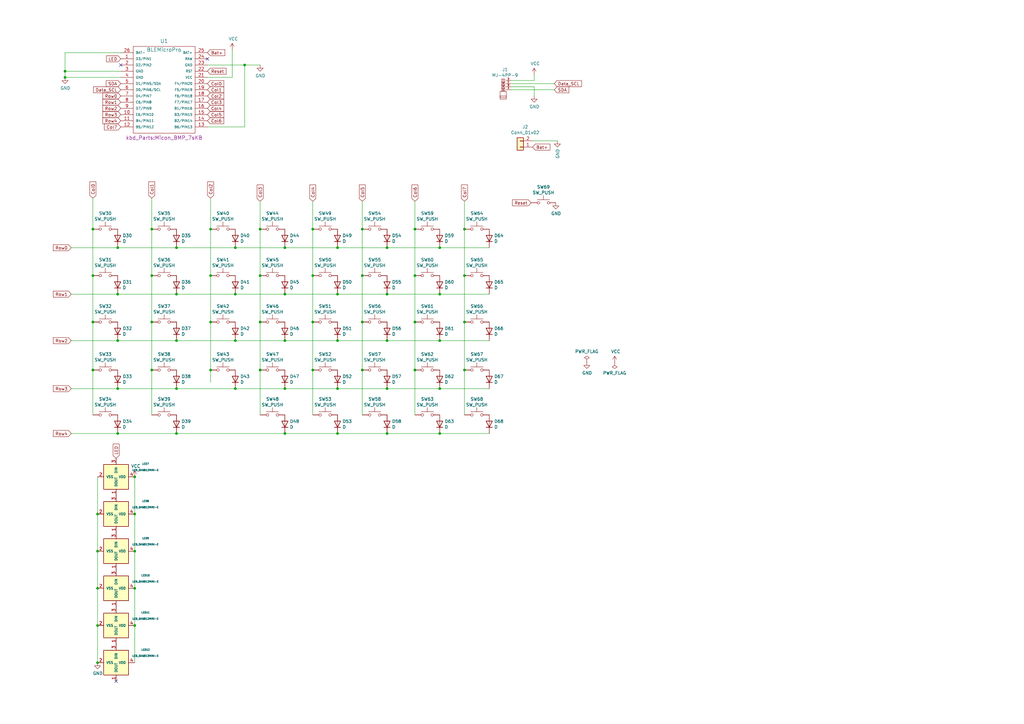
<source format=kicad_sch>
(kicad_sch (version 20211123) (generator eeschema)
  (paper "A3")
  (lib_symbols
    (symbol "Connector_Generic:Conn_01x02" (pin_names (offset 1.016) hide)
      (property "Reference" "J" (at 0 2.54 0))
      (property "Value" "Conn_01x02" (at 0 -5.08 0))
      (symbol "Conn_01x02_1_1"
        (rectangle (start -1.27 -2.413) (end 0 -2.667) (stroke (width 0.1524)))
        (rectangle (start -1.27 0.127) (end 0 -0.127) (stroke (width 0.1524)))
        (rectangle (start -1.27 1.27) (end 1.27 -3.81) (stroke (width 0.254)) (fill (type background)))
        (pin passive line (at -5.08 0 0) (length 3.81) (name "Pin_1") (number "1"))
        (pin passive line (at -5.08 -2.54 0) (length 3.81) (name "Pin_2") (number "2"))
      )
    )
    (symbol "Device:D" (pin_numbers hide) (pin_names (offset 1.016) hide)
      (property "Reference" "D" (at 0 2.54 0))
      (property "Value" "D" (at 0 -2.54 0))
      (symbol "D_0_1"
        (polyline (pts (xy -1.27 1.27) (xy -1.27 -1.27)) (stroke (width 0.254)))
        (polyline (pts (xy 1.27 0) (xy -1.27 0)))
        (polyline (pts (xy 1.27 1.27) (xy 1.27 -1.27) (xy -1.27 0) (xy 1.27 1.27)) (stroke (width 0.254)))
      )
      (symbol "D_1_1"
        (pin passive line (at -3.81 0 0) (length 2.54) (name "K") (number "1"))
        (pin passive line (at 3.81 0 180) (length 2.54) (name "A") (number "2"))
      )
    )
    (symbol "Salicylic_kbd:LED_SK6812MINI-E" (pin_names (offset 1.016))
      (property "Reference" "LED" (at 5.08 -10.16 0))
      (property "Value" "LED_SK6812MINI-E" (at 8.89 -8.89 0))
      (symbol "LED_SK6812MINI-E_0_1"
        (rectangle (start -5.08 5.08) (end 5.08 -5.08) (stroke (width 0.254)) (fill (type background)))
      )
      (symbol "LED_SK6812MINI-E_1_1"
        (pin output line (at 7.62 0 180) (length 2.54) (name "DOUT") (number "1"))
        (pin power_in line (at 0 -7.62 90) (length 2.54) (name "VSS") (number "2"))
        (pin input line (at -7.62 0 0) (length 2.54) (name "DIN") (number "3"))
        (pin power_in line (at 0 7.62 270) (length 2.54) (name "VDD") (number "4"))
      )
    )
    (symbol "Salicylic_kbd:Micon_BLEMicroPro" (pin_names (offset 1.016))
      (property "Reference" "U" (at 0 26.67 0))
      (property "Value" "Micon_BLEMicroPro" (at 0 -13.97 0))
      (symbol "Micon_BLEMicroPro_0_1"
        (rectangle (start 12.7 24.13) (end -12.7 -11.43))
      )
      (symbol "Micon_BLEMicroPro_1_1"
        (pin bidirectional line (at -17.78 19.05 0) (length 5.08) (name "D3/PIN1") (number "1"))
        (pin bidirectional line (at -17.78 -3.81 0) (length 5.08) (name "E6/PIN10") (number "10"))
        (pin bidirectional line (at -17.78 -6.35 0) (length 5.08) (name "B4/PIN11") (number "11"))
        (pin bidirectional line (at -17.78 -8.89 0) (length 5.08) (name "B5/PIN12") (number "12"))
        (pin bidirectional line (at 17.78 -8.89 180) (length 5.08) (name "B6/PIN13") (number "13"))
        (pin bidirectional line (at 17.78 -6.35 180) (length 5.08) (name "B2/PIN14") (number "14"))
        (pin bidirectional line (at 17.78 -3.81 180) (length 5.08) (name "B3/PIN15") (number "15"))
        (pin bidirectional line (at 17.78 -1.27 180) (length 5.08) (name "B1/PIN16") (number "16"))
        (pin bidirectional line (at 17.78 1.27 180) (length 5.08) (name "F7/PIN17") (number "17"))
        (pin bidirectional line (at 17.78 3.81 180) (length 5.08) (name "F6/PIN18") (number "18"))
        (pin bidirectional line (at 17.78 6.35 180) (length 5.08) (name "F5/PIN19") (number "19"))
        (pin bidirectional line (at -17.78 16.51 0) (length 5.08) (name "D2/PIN2") (number "2"))
        (pin bidirectional line (at 17.78 8.89 180) (length 5.08) (name "F4/PIN20") (number "20"))
        (pin power_in line (at 17.78 11.43 180) (length 5.08) (name "VCC") (number "21"))
        (pin input line (at 17.78 13.97 180) (length 5.08) (name "RST") (number "22"))
        (pin power_in line (at 17.78 16.51 180) (length 5.08) (name "GND") (number "23"))
        (pin power_out line (at 17.78 19.05 180) (length 5.08) (name "RAW") (number "24"))
        (pin input line (at 17.78 21.59 180) (length 5.08) (name "BAT+") (number "25"))
        (pin input line (at -17.78 21.59 0) (length 5.08) (name "BAT-") (number "26"))
        (pin power_in line (at -17.78 13.97 0) (length 5.08) (name "GND") (number "3"))
        (pin power_in line (at -17.78 11.43 0) (length 5.08) (name "GND") (number "4"))
        (pin bidirectional line (at -17.78 8.89 0) (length 5.08) (name "D1/PIN5/SDA") (number "5"))
        (pin bidirectional line (at -17.78 6.35 0) (length 5.08) (name "D0/PIN6/SCL") (number "6"))
        (pin bidirectional line (at -17.78 3.81 0) (length 5.08) (name "D4/PIN7") (number "7"))
        (pin bidirectional line (at -17.78 1.27 0) (length 5.08) (name "C6/PIN8") (number "8"))
        (pin bidirectional line (at -17.78 -1.27 0) (length 5.08) (name "D7/PIN9") (number "9"))
      )
    )
    (symbol "Salicylic_kbd:TRRS_MJ-4PP-9" (pin_names (offset 1.016))
      (property "Reference" "J" (at 0 5.08 0))
      (property "Value" "TRRS_MJ-4PP-9" (at 0 -6.985 0))
      (symbol "TRRS_MJ-4PP-9_0_0"
        (text "R" (at 0 0 0) (effects (font (size 0.6096 0.6096))))
        (text "R" (at 0 1.27 0) (effects (font (size 0.6096 0.6096))))
        (text "S" (at 0 -1.27 0) (effects (font (size 0.6096 0.6096))))
        (text "T" (at 0 2.54 0) (effects (font (size 0.6096 0.6096))))
      )
      (symbol "TRRS_MJ-4PP-9_0_1"
        (rectangle (start -1.27 -3.81) (end 1.27 -4.445))
        (rectangle (start -1.27 -1.905) (end 1.27 -5.08))
        (rectangle (start -0.635 -0.635) (end 0.635 -1.905))
        (rectangle (start -0.635 0.635) (end 0.635 -0.635))
        (rectangle (start -0.635 1.905) (end 0.635 0.635))
        (rectangle (start -0.635 3.175) (end 0.635 1.905))
      )
      (symbol "TRRS_MJ-4PP-9_1_1"
        (pin input line (at 3.175 -1.27 180) (length 2.0066) (name "~") (number "A"))
        (pin input line (at 3.175 0 180) (length 2.0066) (name "~") (number "B"))
        (pin input line (at 3.175 1.27 180) (length 2.0066) (name "~") (number "C"))
        (pin input line (at 3.175 2.54 180) (length 2.0066) (name "~") (number "D"))
      )
    )
    (symbol "Switch:SW_Push" (pin_numbers hide) (pin_names (offset 1.016) hide)
      (property "Reference" "SW" (at 1.27 2.54 0))
      (property "Value" "SW_Push" (at 0 -1.524 0))
      (symbol "SW_Push_0_1"
        (circle (center -2.032 0) (radius 0.508))
        (polyline (pts (xy 0 1.27) (xy 0 3.048)))
        (polyline (pts (xy 2.54 1.27) (xy -2.54 1.27)))
        (circle (center 2.032 0) (radius 0.508))
        (pin passive line (at -5.08 0 0) (length 2.54) (name "1") (number "1"))
        (pin passive line (at 5.08 0 180) (length 2.54) (name "2") (number "2"))
      )
    )
    (symbol "power:GND" (power) (pin_names (offset 0))
      (property "Value" "GND" (at 0 -3.81 0))
      (symbol "GND_0_1"
        (polyline (pts (xy 0 0) (xy 0 -1.27) (xy 1.27 -1.27) (xy 0 -2.54) (xy -1.27 -1.27) (xy 0 -1.27)))
      )
      (symbol "GND_1_1"
        (pin power_in line (at 0 0 270) (length 0) hide (name "GND") (number "1"))
      )
    )
    (symbol "power:PWR_FLAG" (power) (pin_numbers hide) (pin_names (offset 0) hide)
      (property "Value" "PWR_FLAG" (at 0 3.81 0))
      (symbol "PWR_FLAG_0_0"
        (pin power_out line (at 0 0 90) (length 0) (name "pwr") (number "1"))
      )
      (symbol "PWR_FLAG_0_1"
        (polyline (pts (xy 0 0) (xy 0 1.27) (xy -1.016 1.905) (xy 0 2.54) (xy 1.016 1.905) (xy 0 1.27)))
      )
    )
    (symbol "power:VCC" (power) (pin_names (offset 0))
      (property "Value" "VCC" (at 0 3.81 0))
      (symbol "VCC_0_1"
        (polyline (pts (xy -0.762 1.27) (xy 0 2.54)))
        (polyline (pts (xy 0 0) (xy 0 2.54)))
        (polyline (pts (xy 0 2.54) (xy 0.762 1.27)))
      )
      (symbol "VCC_1_1"
        (pin power_in line (at 0 0 90) (length 0) hide (name "VCC") (number "1"))
      )
    )
  )
  (junction (at 62.23 93.98))
  (junction (at 55.245 226.06))
  (junction (at 86.36 93.98))
  (junction (at 96.52 139.7))
  (junction (at 190.5 132.08))
  (junction (at 48.26 120.65))
  (junction (at 170.18 93.98))
  (junction (at 86.36 113.03))
  (junction (at 158.75 139.7))
  (junction (at 26.67 31.75))
  (junction (at 138.43 177.8))
  (junction (at 86.36 132.08))
  (junction (at 116.84 139.7))
  (junction (at 96.52 120.65))
  (junction (at 148.59 113.03))
  (junction (at 128.27 93.98))
  (junction (at 180.34 120.65))
  (junction (at 158.75 177.8))
  (junction (at 106.68 132.08))
  (junction (at 38.1 132.08))
  (junction (at 170.18 151.765))
  (junction (at 55.245 210.82))
  (junction (at 62.23 151.765))
  (junction (at 48.26 177.8))
  (junction (at 116.84 120.65))
  (junction (at 128.27 113.03))
  (junction (at 106.68 113.03))
  (junction (at 158.75 120.65))
  (junction (at 128.27 151.765))
  (junction (at 26.67 29.21))
  (junction (at 190.5 93.98))
  (junction (at 158.75 101.6))
  (junction (at 116.84 101.6))
  (junction (at 180.34 139.7))
  (junction (at 158.75 159.385))
  (junction (at 180.34 159.385))
  (junction (at 38.1 93.98))
  (junction (at 86.36 151.765))
  (junction (at 62.23 113.03))
  (junction (at 40.005 256.54))
  (junction (at 40.005 210.82))
  (junction (at 138.43 101.6))
  (junction (at 38.1 151.765))
  (junction (at 48.26 101.6))
  (junction (at 40.005 271.78))
  (junction (at 170.18 132.08))
  (junction (at 96.52 101.6))
  (junction (at 190.5 113.03))
  (junction (at 180.34 177.8))
  (junction (at 148.59 93.98))
  (junction (at 116.84 159.385))
  (junction (at 138.43 120.65))
  (junction (at 72.39 177.8))
  (junction (at 190.5 151.765))
  (junction (at 38.1 113.03))
  (junction (at 72.39 101.6))
  (junction (at 106.68 93.98))
  (junction (at 138.43 139.7))
  (junction (at 48.26 159.385))
  (junction (at 40.005 241.3))
  (junction (at 180.34 101.6))
  (junction (at 55.245 241.3))
  (junction (at 62.23 132.08))
  (junction (at 100.33 26.67))
  (junction (at 72.39 139.7))
  (junction (at 148.59 151.765))
  (junction (at 106.68 151.765))
  (junction (at 48.26 139.7))
  (junction (at 116.84 177.8))
  (junction (at 55.245 195.58))
  (junction (at 138.43 159.385))
  (junction (at 128.27 132.08))
  (junction (at 72.39 120.65))
  (junction (at 170.18 113.03))
  (junction (at 96.52 159.385))
  (junction (at 40.005 226.06))
  (junction (at 55.245 256.54))
  (junction (at 72.39 159.385))
  (junction (at 148.59 132.08))
  (no_connect (at 47.625 279.4))
  (no_connect (at 49.53 26.67))
  (no_connect (at 85.09 24.13))
  (wire (pts (xy 170.18 132.08) (xy 170.18 151.765)))
  (wire (pts (xy 86.36 151.765) (xy 86.36 156.845)))
  (wire (pts (xy 180.34 159.385) (xy 200.66 159.385)))
  (wire (pts (xy 72.39 177.8) (xy 116.84 177.8)))
  (wire (pts (xy 138.43 139.7) (xy 158.75 139.7)))
  (wire (pts (xy 106.68 151.765) (xy 106.68 170.18)))
  (wire (pts (xy 38.1 81.28) (xy 38.1 93.98)))
  (wire (pts (xy 29.21 139.7) (xy 48.26 139.7)))
  (wire (pts (xy 138.43 177.8) (xy 158.75 177.8)))
  (wire (pts (xy 190.5 82.55) (xy 190.5 93.98)))
  (wire (pts (xy 158.75 101.6) (xy 180.34 101.6)))
  (wire (pts (xy 40.005 256.54) (xy 40.005 271.78)))
  (wire (pts (xy 29.21 101.6) (xy 48.26 101.6)))
  (wire (pts (xy 170.18 113.03) (xy 170.18 132.08)))
  (wire (pts (xy 209.55 35.56) (xy 219.075 35.56)))
  (wire (pts (xy 55.245 241.3) (xy 55.245 256.54)))
  (wire (pts (xy 86.36 93.98) (xy 86.36 113.03)))
  (wire (pts (xy 29.21 159.385) (xy 48.26 159.385)))
  (wire (pts (xy 62.23 113.03) (xy 62.23 132.08)))
  (wire (pts (xy 116.84 159.385) (xy 138.43 159.385)))
  (wire (pts (xy 190.5 132.08) (xy 190.5 151.765)))
  (wire (pts (xy 128.27 132.08) (xy 128.27 151.765)))
  (wire (pts (xy 148.59 151.765) (xy 148.59 170.18)))
  (wire (pts (xy 138.43 120.65) (xy 158.75 120.65)))
  (wire (pts (xy 96.52 101.6) (xy 116.84 101.6)))
  (wire (pts (xy 48.26 159.385) (xy 72.39 159.385)))
  (wire (pts (xy 29.21 120.65) (xy 48.26 120.65)))
  (wire (pts (xy 209.55 34.29) (xy 227.33 34.29)))
  (wire (pts (xy 55.245 195.58) (xy 55.245 210.82)))
  (wire (pts (xy 55.245 226.06) (xy 55.245 241.3)))
  (wire (pts (xy 62.23 93.98) (xy 62.23 113.03)))
  (wire (pts (xy 29.21 177.8) (xy 48.26 177.8)))
  (wire (pts (xy 138.43 101.6) (xy 158.75 101.6)))
  (wire (pts (xy 86.36 113.03) (xy 86.36 132.08)))
  (wire (pts (xy 48.26 139.7) (xy 72.39 139.7)))
  (wire (pts (xy 72.39 101.6) (xy 96.52 101.6)))
  (wire (pts (xy 55.245 256.54) (xy 55.245 271.78)))
  (wire (pts (xy 148.59 132.08) (xy 148.59 151.765)))
  (wire (pts (xy 148.59 93.98) (xy 148.59 113.03)))
  (wire (pts (xy 72.39 139.7) (xy 96.52 139.7)))
  (wire (pts (xy 72.39 159.385) (xy 96.52 159.385)))
  (wire (pts (xy 95.25 31.75) (xy 95.25 20.32)))
  (wire (pts (xy 170.18 151.765) (xy 170.18 170.18)))
  (wire (pts (xy 190.5 113.03) (xy 190.5 132.08)))
  (wire (pts (xy 100.33 52.07) (xy 100.33 26.67)))
  (wire (pts (xy 38.1 93.98) (xy 38.1 113.03)))
  (wire (pts (xy 116.84 101.6) (xy 138.43 101.6)))
  (wire (pts (xy 128.27 113.03) (xy 128.27 132.08)))
  (wire (pts (xy 48.26 177.8) (xy 72.39 177.8)))
  (wire (pts (xy 170.18 82.55) (xy 170.18 93.98)))
  (wire (pts (xy 218.44 57.785) (xy 228.6 57.785)))
  (wire (pts (xy 40.005 241.3) (xy 40.005 256.54)))
  (wire (pts (xy 180.34 177.8) (xy 200.66 177.8)))
  (wire (pts (xy 40.005 210.82) (xy 40.005 226.06)))
  (wire (pts (xy 85.09 31.75) (xy 95.25 31.75)))
  (wire (pts (xy 180.34 139.7) (xy 200.66 139.7)))
  (wire (pts (xy 106.68 132.08) (xy 106.68 151.765)))
  (wire (pts (xy 128.27 93.98) (xy 128.27 113.03)))
  (wire (pts (xy 209.55 36.83) (xy 227.33 36.83)))
  (wire (pts (xy 158.75 159.385) (xy 180.34 159.385)))
  (wire (pts (xy 219.075 33.02) (xy 219.075 30.48)))
  (wire (pts (xy 96.52 139.7) (xy 116.84 139.7)))
  (wire (pts (xy 116.84 139.7) (xy 138.43 139.7)))
  (wire (pts (xy 138.43 159.385) (xy 158.75 159.385)))
  (wire (pts (xy 86.36 132.08) (xy 86.36 151.765)))
  (wire (pts (xy 26.67 21.59) (xy 26.67 29.21)))
  (wire (pts (xy 219.075 35.56) (xy 219.075 39.37)))
  (wire (pts (xy 106.68 113.03) (xy 106.68 132.08)))
  (wire (pts (xy 158.75 139.7) (xy 180.34 139.7)))
  (wire (pts (xy 62.23 81.28) (xy 62.23 93.98)))
  (wire (pts (xy 190.5 151.765) (xy 190.5 170.18)))
  (wire (pts (xy 100.33 26.67) (xy 85.09 26.67)))
  (wire (pts (xy 128.27 82.55) (xy 128.27 93.98)))
  (wire (pts (xy 180.34 120.65) (xy 200.66 120.65)))
  (wire (pts (xy 85.09 52.07) (xy 100.33 52.07)))
  (wire (pts (xy 148.59 82.55) (xy 148.59 93.98)))
  (wire (pts (xy 40.005 226.06) (xy 40.005 241.3)))
  (wire (pts (xy 170.18 93.98) (xy 170.18 113.03)))
  (wire (pts (xy 49.53 29.21) (xy 26.67 29.21)))
  (wire (pts (xy 49.53 21.59) (xy 26.67 21.59)))
  (wire (pts (xy 62.23 132.08) (xy 62.23 151.765)))
  (wire (pts (xy 48.26 101.6) (xy 72.39 101.6)))
  (wire (pts (xy 128.27 151.765) (xy 128.27 170.18)))
  (wire (pts (xy 116.84 120.65) (xy 138.43 120.65)))
  (wire (pts (xy 55.245 210.82) (xy 55.245 226.06)))
  (wire (pts (xy 190.5 93.98) (xy 190.5 113.03)))
  (wire (pts (xy 96.52 159.385) (xy 116.84 159.385)))
  (wire (pts (xy 209.55 33.02) (xy 219.075 33.02)))
  (wire (pts (xy 86.36 81.28) (xy 86.36 93.98)))
  (wire (pts (xy 38.1 132.08) (xy 38.1 151.765)))
  (wire (pts (xy 48.26 120.65) (xy 72.39 120.65)))
  (wire (pts (xy 40.005 195.58) (xy 40.005 210.82)))
  (wire (pts (xy 158.75 177.8) (xy 180.34 177.8)))
  (wire (pts (xy 106.68 93.98) (xy 106.68 113.03)))
  (wire (pts (xy 106.68 82.55) (xy 106.68 93.98)))
  (wire (pts (xy 38.1 113.03) (xy 38.1 132.08)))
  (wire (pts (xy 116.84 177.8) (xy 138.43 177.8)))
  (wire (pts (xy 62.23 151.765) (xy 62.23 170.18)))
  (wire (pts (xy 26.67 29.21) (xy 26.67 31.75)))
  (wire (pts (xy 49.53 31.75) (xy 26.67 31.75)))
  (wire (pts (xy 158.75 120.65) (xy 180.34 120.65)))
  (wire (pts (xy 106.68 26.67) (xy 100.33 26.67)))
  (wire (pts (xy 72.39 120.65) (xy 96.52 120.65)))
  (wire (pts (xy 148.59 113.03) (xy 148.59 132.08)))
  (wire (pts (xy 38.1 151.765) (xy 38.1 170.18)))
  (wire (pts (xy 96.52 120.65) (xy 116.84 120.65)))
  (wire (pts (xy 180.34 101.6) (xy 200.66 101.6)))
  (global_label "Row1" (shape input) (at 29.21 120.65 180) (property "Intersheet References" "${INTERSHEET_REFS}" (effects hide)))
  (global_label "Row3" (shape input) (at 29.21 159.385 180) (property "Intersheet References" "${INTERSHEET_REFS}" (effects hide)))
  (global_label "Reset" (shape input) (at 85.09 29.21 0) (property "Intersheet References" "${INTERSHEET_REFS}" (effects hide)))
  (global_label "Row1" (shape input) (at 49.53 41.91 180) (property "Intersheet References" "${INTERSHEET_REFS}" (effects hide)))
  (global_label "Bat+" (shape input) (at 218.44 60.325 0) (property "Intersheet References" "${INTERSHEET_REFS}" (effects hide)))
  (global_label "Col7" (shape input) (at 49.53 52.07 180) (property "Intersheet References" "${INTERSHEET_REFS}" (effects hide)))
  (global_label "Col4" (shape input) (at 85.09 44.45 0) (property "Intersheet References" "${INTERSHEET_REFS}" (effects hide)))
  (global_label "Col5" (shape input) (at 148.59 82.55 90) (property "Intersheet References" "${INTERSHEET_REFS}" (effects hide)))
  (global_label "Row4" (shape input) (at 29.21 177.8 180) (property "Intersheet References" "${INTERSHEET_REFS}" (effects hide)))
  (global_label "Row2" (shape input) (at 29.21 139.7 180) (property "Intersheet References" "${INTERSHEET_REFS}" (effects hide)))
  (global_label "SDA" (shape input) (at 227.33 36.83 0) (property "Intersheet References" "${INTERSHEET_REFS}" (effects hide)))
  (global_label "Col6" (shape input) (at 85.09 49.53 0) (property "Intersheet References" "${INTERSHEET_REFS}" (effects hide)))
  (global_label "Row0" (shape input) (at 29.21 101.6 180) (property "Intersheet References" "${INTERSHEET_REFS}" (effects hide)))
  (global_label "Bat+" (shape input) (at 85.09 21.59 0) (property "Intersheet References" "${INTERSHEET_REFS}" (effects hide)))
  (global_label "Reset" (shape input) (at 217.805 83.185 180) (property "Intersheet References" "${INTERSHEET_REFS}" (effects hide)))
  (global_label "Col0" (shape input) (at 38.1 81.28 90) (property "Intersheet References" "${INTERSHEET_REFS}" (effects hide)))
  (global_label "Col1" (shape input) (at 62.23 81.28 90) (property "Intersheet References" "${INTERSHEET_REFS}" (effects hide)))
  (global_label "Row0" (shape input) (at 49.53 39.37 180) (property "Intersheet References" "${INTERSHEET_REFS}" (effects hide)))
  (global_label "Col6" (shape input) (at 170.18 82.55 90) (property "Intersheet References" "${INTERSHEET_REFS}" (effects hide)))
  (global_label "Col2" (shape input) (at 86.36 81.28 90) (property "Intersheet References" "${INTERSHEET_REFS}" (effects hide)))
  (global_label "Col0" (shape input) (at 85.09 34.29 0) (property "Intersheet References" "${INTERSHEET_REFS}" (effects hide)))
  (global_label "Col7" (shape input) (at 190.5 82.55 90) (property "Intersheet References" "${INTERSHEET_REFS}" (effects hide)))
  (global_label "Row4" (shape input) (at 49.53 49.53 180) (property "Intersheet References" "${INTERSHEET_REFS}" (effects hide)))
  (global_label "LED" (shape input) (at 47.625 187.96 90) (property "Intersheet References" "${INTERSHEET_REFS}" (effects hide)))
  (global_label "SDA" (shape input) (at 49.53 34.29 180) (property "Intersheet References" "${INTERSHEET_REFS}" (effects hide)))
  (global_label "Col1" (shape input) (at 85.09 36.83 0) (property "Intersheet References" "${INTERSHEET_REFS}" (effects hide)))
  (global_label "Col5" (shape input) (at 85.09 46.99 0) (property "Intersheet References" "${INTERSHEET_REFS}" (effects hide)))
  (global_label "LED" (shape input) (at 49.53 24.13 180) (property "Intersheet References" "${INTERSHEET_REFS}" (effects hide)))
  (global_label "Col4" (shape input) (at 128.27 82.55 90) (property "Intersheet References" "${INTERSHEET_REFS}" (effects hide)))
  (global_label "Row3" (shape input) (at 49.53 46.99 180) (property "Intersheet References" "${INTERSHEET_REFS}" (effects hide)))
  (global_label "Data_SCL" (shape input) (at 49.53 36.83 180) (property "Intersheet References" "${INTERSHEET_REFS}" (effects hide)))
  (global_label "Col2" (shape input) (at 85.09 39.37 0) (property "Intersheet References" "${INTERSHEET_REFS}" (effects hide)))
  (global_label "Row2" (shape input) (at 49.53 44.45 180) (property "Intersheet References" "${INTERSHEET_REFS}" (effects hide)))
  (global_label "Data_SCL" (shape input) (at 227.33 34.29 0) (property "Intersheet References" "${INTERSHEET_REFS}" (effects hide)))
  (global_label "Col3" (shape input) (at 85.09 41.91 0) (property "Intersheet References" "${INTERSHEET_REFS}" (effects hide)))
  (global_label "Col3" (shape input) (at 106.68 82.55 90) (property "Intersheet References" "${INTERSHEET_REFS}" (effects hide)))
  (symbol (lib_id "Salicylic_kbd:Micon_BLEMicroPro") (at 67.31 43.18 0) (unit 1)
    (property "Reference" "U1" (at 67.31 16.8402 0) (effects (font (size 1.524 1.524))))
    (property "Value" "BLEMicroPro" (at 67.31 19.5326 0) (effects (font (size 1.524 1.524)) (justify top)))
    (property "Footprint" "kbd_Parts:Micon_BMP_7sKB" (at 67.31 56.515 0) (effects (font (size 1.524 1.524))))
  )
  (symbol (lib_id "power:GND") (at 106.68 26.67 0) (unit 1)
    (property "Reference" "#PWR04" (effects hide))
    (property "Value" "GND" (at 106.807 31.0642 0))
  )
  (symbol (lib_id "power:VCC") (at 95.25 20.32 0) (unit 1)
    (property "Reference" "#PWR03" (effects hide))
    (property "Value" "VCC" (at 95.6818 15.9258 0))
  )
  (symbol (lib_id "power:GND") (at 26.67 31.75 0) (unit 1)
    (property "Reference" "#PWR01" (effects hide))
    (property "Value" "GND" (at 26.797 36.1442 0))
  )
  (symbol (lib_id "Device:D") (at 48.26 97.79 90) (unit 1)
    (property "Reference" "D30" (at 50.2666 96.6216 90) (effects (justify right)))
    (property "Value" "D" (at 50.2666 98.933 90) (effects (justify right)))
    (property "Footprint" "kbd_Parts:Diode_TH_SMD" (effects hide))
  )
  (symbol (lib_id "Device:D") (at 72.39 97.79 90) (unit 1)
    (property "Reference" "D35" (at 74.3966 96.6216 90) (effects (justify right)))
    (property "Value" "D" (at 74.3966 98.933 90) (effects (justify right)))
    (property "Footprint" "kbd_Parts:Diode_TH_SMD" (effects hide))
  )
  (symbol (lib_id "Device:D") (at 72.39 116.84 90) (unit 1)
    (property "Reference" "D36" (at 74.3966 115.6716 90) (effects (justify right)))
    (property "Value" "D" (at 74.3966 117.983 90) (effects (justify right)))
    (property "Footprint" "kbd_Parts:Diode_TH_SMD" (effects hide))
  )
  (symbol (lib_id "Device:D") (at 48.26 116.84 90) (unit 1)
    (property "Reference" "D31" (at 50.2666 115.6716 90) (effects (justify right)))
    (property "Value" "D" (at 50.2666 117.983 90) (effects (justify right)))
    (property "Footprint" "kbd_Parts:Diode_TH_SMD" (effects hide))
  )
  (symbol (lib_id "power:PWR_FLAG") (at 240.665 148.59 0) (unit 1)
    (property "Reference" "#FLG01" (effects hide))
    (property "Value" "PWR_FLAG" (at 240.665 144.1704 0))
  )
  (symbol (lib_id "power:PWR_FLAG") (at 252.095 148.59 180) (unit 1)
    (property "Reference" "#FLG02" (effects hide))
    (property "Value" "PWR_FLAG" (at 252.095 152.9842 0))
  )
  (symbol (lib_id "power:GND") (at 240.665 148.59 0) (unit 1)
    (property "Reference" "#PWR09" (effects hide))
    (property "Value" "GND" (at 240.792 152.9842 0))
  )
  (symbol (lib_id "power:VCC") (at 252.095 148.59 0) (unit 1)
    (property "Reference" "#PWR010" (effects hide))
    (property "Value" "VCC" (at 252.5268 144.1958 0))
  )
  (symbol (lib_id "Device:D") (at 96.52 97.79 90) (unit 1)
    (property "Reference" "D40" (at 98.5266 96.6216 90) (effects (justify right)))
    (property "Value" "D" (at 98.5266 98.933 90) (effects (justify right)))
    (property "Footprint" "kbd_Parts:Diode_TH_SMD" (effects hide))
  )
  (symbol (lib_id "Device:D") (at 116.84 97.79 90) (unit 1)
    (property "Reference" "D44" (at 118.8466 96.6216 90) (effects (justify right)))
    (property "Value" "D" (at 118.8466 98.933 90) (effects (justify right)))
    (property "Footprint" "kbd_Parts:Diode_TH_SMD" (effects hide))
  )
  (symbol (lib_id "Device:D") (at 138.43 97.79 90) (unit 1)
    (property "Reference" "D49" (at 140.4366 96.6216 90) (effects (justify right)))
    (property "Value" "D" (at 140.4366 98.933 90) (effects (justify right)))
    (property "Footprint" "kbd_Parts:Diode_TH_SMD" (effects hide))
  )
  (symbol (lib_id "Device:D") (at 158.75 97.79 90) (unit 1)
    (property "Reference" "D54" (at 160.7566 96.6216 90) (effects (justify right)))
    (property "Value" "D" (at 160.7566 98.933 90) (effects (justify right)))
    (property "Footprint" "kbd_Parts:Diode_TH_SMD" (effects hide))
  )
  (symbol (lib_id "Device:D") (at 158.75 116.84 90) (unit 1)
    (property "Reference" "D55" (at 160.7566 115.6716 90) (effects (justify right)))
    (property "Value" "D" (at 160.7566 117.983 90) (effects (justify right)))
    (property "Footprint" "kbd_Parts:Diode_TH_SMD" (effects hide))
  )
  (symbol (lib_id "Device:D") (at 158.75 135.89 90) (unit 1)
    (property "Reference" "D56" (at 160.7566 134.7216 90) (effects (justify right)))
    (property "Value" "D" (at 160.7566 137.033 90) (effects (justify right)))
    (property "Footprint" "kbd_Parts:Diode_TH_SMD" (effects hide))
  )
  (symbol (lib_id "Device:D") (at 158.75 155.575 90) (unit 1)
    (property "Reference" "D57" (at 160.7566 154.4066 90) (effects (justify right)))
    (property "Value" "D" (at 160.7566 156.718 90) (effects (justify right)))
    (property "Footprint" "kbd_Parts:Diode_TH_SMD" (effects hide))
  )
  (symbol (lib_id "Device:D") (at 138.43 155.575 90) (unit 1)
    (property "Reference" "D52" (at 140.4366 154.4066 90) (effects (justify right)))
    (property "Value" "D" (at 140.4366 156.718 90) (effects (justify right)))
    (property "Footprint" "kbd_Parts:Diode_TH_SMD" (effects hide))
  )
  (symbol (lib_id "Device:D") (at 138.43 135.89 90) (unit 1)
    (property "Reference" "D51" (at 140.4366 134.7216 90) (effects (justify right)))
    (property "Value" "D" (at 140.4366 137.033 90) (effects (justify right)))
    (property "Footprint" "kbd_Parts:Diode_TH_SMD" (effects hide))
  )
  (symbol (lib_id "Device:D") (at 138.43 116.84 90) (unit 1)
    (property "Reference" "D50" (at 140.4366 115.6716 90) (effects (justify right)))
    (property "Value" "D" (at 140.4366 117.983 90) (effects (justify right)))
    (property "Footprint" "kbd_Parts:Diode_TH_SMD" (effects hide))
  )
  (symbol (lib_id "Device:D") (at 116.84 116.84 90) (unit 1)
    (property "Reference" "D45" (at 118.8466 115.6716 90) (effects (justify right)))
    (property "Value" "D" (at 118.8466 117.983 90) (effects (justify right)))
    (property "Footprint" "kbd_Parts:Diode_TH_SMD" (effects hide))
  )
  (symbol (lib_id "Device:D") (at 96.52 116.84 90) (unit 1)
    (property "Reference" "D41" (at 98.5266 115.6716 90) (effects (justify right)))
    (property "Value" "D" (at 98.5266 117.983 90) (effects (justify right)))
    (property "Footprint" "kbd_Parts:Diode_TH_SMD" (effects hide))
  )
  (symbol (lib_id "Device:D") (at 96.52 135.89 90) (unit 1)
    (property "Reference" "D42" (at 98.5266 134.7216 90) (effects (justify right)))
    (property "Value" "D" (at 98.5266 137.033 90) (effects (justify right)))
    (property "Footprint" "kbd_Parts:Diode_TH_SMD" (effects hide))
  )
  (symbol (lib_id "Device:D") (at 116.84 135.89 90) (unit 1)
    (property "Reference" "D46" (at 118.8466 134.7216 90) (effects (justify right)))
    (property "Value" "D" (at 118.8466 137.033 90) (effects (justify right)))
    (property "Footprint" "kbd_Parts:Diode_TH_SMD" (effects hide))
  )
  (symbol (lib_id "Device:D") (at 116.84 155.575 90) (unit 1)
    (property "Reference" "D47" (at 118.8466 154.4066 90) (effects (justify right)))
    (property "Value" "D" (at 118.8466 156.718 90) (effects (justify right)))
    (property "Footprint" "kbd_Parts:Diode_TH_SMD" (effects hide))
  )
  (symbol (lib_id "Device:D") (at 96.52 155.575 90) (unit 1)
    (property "Reference" "D43" (at 98.5266 154.4066 90) (effects (justify right)))
    (property "Value" "D" (at 98.5266 156.718 90) (effects (justify right)))
    (property "Footprint" "kbd_Parts:Diode_TH_SMD" (effects hide))
  )
  (symbol (lib_id "Device:D") (at 72.39 155.575 90) (unit 1)
    (property "Reference" "D38" (at 74.3966 154.4066 90) (effects (justify right)))
    (property "Value" "D" (at 74.3966 156.718 90) (effects (justify right)))
    (property "Footprint" "kbd_Parts:Diode_TH_SMD" (effects hide))
  )
  (symbol (lib_id "Device:D") (at 72.39 135.89 90) (unit 1)
    (property "Reference" "D37" (at 74.3966 134.7216 90) (effects (justify right)))
    (property "Value" "D" (at 74.3966 137.033 90) (effects (justify right)))
    (property "Footprint" "kbd_Parts:Diode_TH_SMD" (effects hide))
  )
  (symbol (lib_id "Device:D") (at 48.26 135.89 90) (unit 1)
    (property "Reference" "D32" (at 50.2666 134.7216 90) (effects (justify right)))
    (property "Value" "D" (at 50.2666 137.033 90) (effects (justify right)))
    (property "Footprint" "kbd_Parts:Diode_TH_SMD" (effects hide))
  )
  (symbol (lib_id "Device:D") (at 48.26 155.575 90) (unit 1)
    (property "Reference" "D33" (at 50.2666 154.4066 90) (effects (justify right)))
    (property "Value" "D" (at 50.2666 156.718 90) (effects (justify right)))
    (property "Footprint" "kbd_Parts:Diode_TH_SMD" (effects hide))
  )
  (symbol (lib_id "Switch:SW_Push") (at 153.67 93.98 0) (unit 1)
    (property "Reference" "SW54" (at 153.67 87.503 0))
    (property "Value" "SW_PUSH" (at 153.67 89.8144 0))
    (property "Footprint" "kbd_SW:CherryMX_Solder_1u" (effects hide))
  )
  (symbol (lib_id "Switch:SW_Push") (at 153.67 113.03 0) (unit 1)
    (property "Reference" "SW55" (at 153.67 106.553 0))
    (property "Value" "SW_PUSH" (at 153.67 108.8644 0))
    (property "Footprint" "kbd_SW:CherryMX_Solder_1u" (effects hide))
  )
  (symbol (lib_id "Switch:SW_Push") (at 153.67 132.08 0) (unit 1)
    (property "Reference" "SW56" (at 153.67 125.603 0))
    (property "Value" "SW_PUSH" (at 153.67 127.9144 0))
    (property "Footprint" "kbd_SW:CherryMX_Solder_1u" (effects hide))
  )
  (symbol (lib_id "Switch:SW_Push") (at 153.67 151.765 0) (unit 1)
    (property "Reference" "SW57" (at 153.67 145.288 0))
    (property "Value" "SW_PUSH" (at 153.67 147.5994 0))
    (property "Footprint" "kbd_SW:CherryMX_Solder_1u" (effects hide))
  )
  (symbol (lib_id "Switch:SW_Push") (at 111.76 93.98 0) (unit 1)
    (property "Reference" "SW44" (at 111.76 87.503 0))
    (property "Value" "SW_PUSH" (at 111.76 89.8144 0))
    (property "Footprint" "kbd_SW:CherryMX_Solder_1u" (effects hide))
  )
  (symbol (lib_id "Switch:SW_Push") (at 111.76 113.03 0) (unit 1)
    (property "Reference" "SW45" (at 111.76 106.553 0))
    (property "Value" "SW_PUSH" (at 111.76 108.8644 0))
    (property "Footprint" "kbd_SW:CherryMX_Solder_1u" (effects hide))
  )
  (symbol (lib_id "Switch:SW_Push") (at 111.76 132.08 0) (unit 1)
    (property "Reference" "SW46" (at 111.76 125.603 0))
    (property "Value" "SW_PUSH" (at 111.76 127.9144 0))
    (property "Footprint" "kbd_SW:CherryMX_Solder_1u" (effects hide))
  )
  (symbol (lib_id "Switch:SW_Push") (at 111.76 151.765 0) (unit 1)
    (property "Reference" "SW47" (at 111.76 145.288 0))
    (property "Value" "SW_PUSH" (at 111.76 147.5994 0))
    (property "Footprint" "kbd_SW:CherryMX_Solder_1u" (effects hide))
  )
  (symbol (lib_id "Switch:SW_Push") (at 133.35 151.765 0) (unit 1)
    (property "Reference" "SW52" (at 133.35 145.288 0))
    (property "Value" "SW_PUSH" (at 133.35 147.5994 0))
    (property "Footprint" "kbd_SW:CherryMX_Solder_1u" (effects hide))
  )
  (symbol (lib_id "Switch:SW_Push") (at 133.35 132.08 0) (unit 1)
    (property "Reference" "SW51" (at 133.35 125.603 0))
    (property "Value" "SW_PUSH" (at 133.35 127.9144 0))
    (property "Footprint" "kbd_SW:CherryMX_Solder_1u" (effects hide))
  )
  (symbol (lib_id "Switch:SW_Push") (at 133.35 113.03 0) (unit 1)
    (property "Reference" "SW50" (at 133.35 106.553 0))
    (property "Value" "SW_PUSH" (at 133.35 108.8644 0))
    (property "Footprint" "kbd_SW:CherryMX_Solder_1u" (effects hide))
  )
  (symbol (lib_id "Switch:SW_Push") (at 133.35 93.98 0) (unit 1)
    (property "Reference" "SW49" (at 133.35 87.503 0))
    (property "Value" "SW_PUSH" (at 133.35 89.8144 0))
    (property "Footprint" "kbd_SW:CherryMX_Solder_1u" (effects hide))
  )
  (symbol (lib_id "Switch:SW_Push") (at 67.31 93.98 0) (unit 1)
    (property "Reference" "SW35" (at 67.31 87.503 0))
    (property "Value" "SW_PUSH" (at 67.31 89.8144 0))
    (property "Footprint" "kbd_SW:CherryMX_Solder_1u" (effects hide))
  )
  (symbol (lib_id "Switch:SW_Push") (at 67.31 113.03 0) (unit 1)
    (property "Reference" "SW36" (at 67.31 106.553 0))
    (property "Value" "SW_PUSH" (at 67.31 108.8644 0))
    (property "Footprint" "kbd_SW:CherryMX_Solder_1u" (effects hide))
  )
  (symbol (lib_id "Switch:SW_Push") (at 67.31 132.08 0) (unit 1)
    (property "Reference" "SW37" (at 67.31 125.603 0))
    (property "Value" "SW_PUSH" (at 67.31 127.9144 0))
    (property "Footprint" "kbd_SW:CherryMX_Solder_1u" (effects hide))
  )
  (symbol (lib_id "Switch:SW_Push") (at 67.31 151.765 0) (unit 1)
    (property "Reference" "SW38" (at 67.31 145.288 0))
    (property "Value" "SW_PUSH" (at 67.31 147.5994 0))
    (property "Footprint" "kbd_SW:CherryMX_Solder_1u" (effects hide))
  )
  (symbol (lib_id "Switch:SW_Push") (at 91.44 151.765 0) (unit 1)
    (property "Reference" "SW43" (at 91.44 145.288 0))
    (property "Value" "SW_PUSH" (at 91.44 147.5994 0))
    (property "Footprint" "kbd_SW:CherryMX_Solder_1u" (effects hide))
  )
  (symbol (lib_id "Switch:SW_Push") (at 91.44 132.08 0) (unit 1)
    (property "Reference" "SW42" (at 91.44 125.603 0))
    (property "Value" "SW_PUSH" (at 91.44 127.9144 0))
    (property "Footprint" "kbd_SW:CherryMX_Solder_1u" (effects hide))
  )
  (symbol (lib_id "Switch:SW_Push") (at 91.44 113.03 0) (unit 1)
    (property "Reference" "SW41" (at 91.44 106.553 0))
    (property "Value" "SW_PUSH" (at 91.44 108.8644 0))
    (property "Footprint" "kbd_SW:CherryMX_Solder_1u" (effects hide))
  )
  (symbol (lib_id "Switch:SW_Push") (at 91.44 93.98 0) (unit 1)
    (property "Reference" "SW40" (at 91.44 87.503 0))
    (property "Value" "SW_PUSH" (at 91.44 89.8144 0))
    (property "Footprint" "kbd_SW:CherryMX_Solder_1u" (effects hide))
  )
  (symbol (lib_id "Switch:SW_Push") (at 43.18 151.765 0) (unit 1)
    (property "Reference" "SW33" (at 43.18 145.288 0))
    (property "Value" "SW_PUSH" (at 43.18 147.5994 0))
    (property "Footprint" "kbd_SW:CherryMX_Solder_1u" (effects hide))
  )
  (symbol (lib_id "Switch:SW_Push") (at 43.18 132.08 0) (unit 1)
    (property "Reference" "SW32" (at 43.18 125.603 0))
    (property "Value" "SW_PUSH" (at 43.18 127.9144 0))
    (property "Footprint" "kbd_SW:CherryMX_Solder_1u" (effects hide))
  )
  (symbol (lib_id "Switch:SW_Push") (at 43.18 113.03 0) (unit 1)
    (property "Reference" "SW31" (at 43.18 106.553 0))
    (property "Value" "SW_PUSH" (at 43.18 108.8644 0))
    (property "Footprint" "kbd_SW:CherryMX_Solder_1u" (effects hide))
  )
  (symbol (lib_id "Switch:SW_Push") (at 43.18 93.98 0) (unit 1)
    (property "Reference" "SW30" (at 43.18 87.503 0))
    (property "Value" "SW_PUSH" (at 43.18 89.8144 0))
    (property "Footprint" "kbd_SW:CherryMX_Solder_1u" (effects hide))
  )
  (symbol (lib_id "Switch:SW_Push") (at 43.18 170.18 0) (unit 1)
    (property "Reference" "SW34" (at 43.18 163.703 0))
    (property "Value" "SW_PUSH" (at 43.18 166.0144 0))
    (property "Footprint" "kbd_SW:CherryMX_Solder_1.5u" (effects hide))
  )
  (symbol (lib_id "Switch:SW_Push") (at 67.31 170.18 0) (unit 1)
    (property "Reference" "SW39" (at 67.31 163.703 0))
    (property "Value" "SW_PUSH" (at 67.31 166.0144 0))
    (property "Footprint" "kbd_SW:CherryMX_Solder_1.25u" (effects hide))
  )
  (symbol (lib_id "Switch:SW_Push") (at 133.35 170.18 0) (unit 1)
    (property "Reference" "SW53" (at 133.35 163.703 0))
    (property "Value" "SW_PUSH" (at 133.35 166.0144 0))
    (property "Footprint" "kbd_SW:CherryMX_Solder_1.25u" (effects hide))
  )
  (symbol (lib_id "Device:D") (at 48.26 173.99 90) (unit 1)
    (property "Reference" "D34" (at 50.2666 172.8216 90) (effects (justify right)))
    (property "Value" "D" (at 50.2666 175.133 90) (effects (justify right)))
    (property "Footprint" "kbd_Parts:Diode_TH_SMD" (effects hide))
  )
  (symbol (lib_id "Device:D") (at 72.39 173.99 90) (unit 1)
    (property "Reference" "D39" (at 74.3966 172.8216 90) (effects (justify right)))
    (property "Value" "D" (at 74.3966 175.133 90) (effects (justify right)))
    (property "Footprint" "kbd_Parts:Diode_TH_SMD" (effects hide))
  )
  (symbol (lib_id "Device:D") (at 138.43 173.99 90) (unit 1)
    (property "Reference" "D53" (at 140.4366 172.8216 90) (effects (justify right)))
    (property "Value" "D" (at 140.4366 175.133 90) (effects (justify right)))
    (property "Footprint" "kbd_Parts:Diode_TH_SMD" (effects hide))
  )
  (symbol (lib_id "Switch:SW_Push") (at 222.885 83.185 0) (unit 1)
    (property "Reference" "SW69" (at 222.885 76.708 0))
    (property "Value" "SW_PUSH" (at 222.885 79.0194 0))
    (property "Footprint" "kbd_Parts:ResetSW" (effects hide))
  )
  (symbol (lib_id "power:GND") (at 227.965 83.185 0) (unit 1)
    (property "Reference" "#PWR030" (effects hide))
    (property "Value" "GND" (at 228.092 87.5792 0))
  )
  (symbol (lib_id "Switch:SW_Push") (at 111.76 170.18 0) (unit 1)
    (property "Reference" "SW48" (at 111.76 163.703 0))
    (property "Value" "SW_PUSH" (at 111.76 166.0144 0))
    (property "Footprint" "kbd_SW:CherryMX_Solder_1.25u" (effects hide))
  )
  (symbol (lib_id "Device:D") (at 116.84 173.99 90) (unit 1)
    (property "Reference" "D48" (at 118.8466 172.8216 90) (effects (justify right)))
    (property "Value" "D" (at 118.8466 175.133 90) (effects (justify right)))
    (property "Footprint" "kbd_Parts:Diode_TH_SMD" (effects hide))
  )
  (symbol (lib_id "Device:D") (at 180.34 97.79 90) (unit 1)
    (property "Reference" "D59" (at 182.3466 96.6216 90) (effects (justify right)))
    (property "Value" "D" (at 182.3466 98.933 90) (effects (justify right)))
    (property "Footprint" "kbd_Parts:Diode_TH_SMD" (effects hide))
  )
  (symbol (lib_id "Device:D") (at 200.66 97.79 90) (unit 1)
    (property "Reference" "D64" (at 202.6666 96.6216 90) (effects (justify right)))
    (property "Value" "D" (at 202.6666 98.933 90) (effects (justify right)))
    (property "Footprint" "kbd_Parts:Diode_TH_SMD" (effects hide))
  )
  (symbol (lib_id "Device:D") (at 200.66 116.84 90) (unit 1)
    (property "Reference" "D65" (at 202.6666 115.6716 90) (effects (justify right)))
    (property "Value" "D" (at 202.6666 117.983 90) (effects (justify right)))
    (property "Footprint" "kbd_Parts:Diode_TH_SMD" (effects hide))
  )
  (symbol (lib_id "Device:D") (at 200.66 135.89 90) (unit 1)
    (property "Reference" "D66" (at 202.6666 134.7216 90) (effects (justify right)))
    (property "Value" "D" (at 202.6666 137.033 90) (effects (justify right)))
    (property "Footprint" "kbd_Parts:Diode_TH_SMD" (effects hide))
  )
  (symbol (lib_id "Device:D") (at 180.34 155.575 90) (unit 1)
    (property "Reference" "D62" (at 182.3466 154.4066 90) (effects (justify right)))
    (property "Value" "D" (at 182.3466 156.718 90) (effects (justify right)))
    (property "Footprint" "kbd_Parts:Diode_TH_SMD" (effects hide))
  )
  (symbol (lib_id "Device:D") (at 180.34 135.89 90) (unit 1)
    (property "Reference" "D61" (at 182.3466 134.7216 90) (effects (justify right)))
    (property "Value" "D" (at 182.3466 137.033 90) (effects (justify right)))
    (property "Footprint" "kbd_Parts:Diode_TH_SMD" (effects hide))
  )
  (symbol (lib_id "Device:D") (at 180.34 116.84 90) (unit 1)
    (property "Reference" "D60" (at 182.3466 115.6716 90) (effects (justify right)))
    (property "Value" "D" (at 182.3466 117.983 90) (effects (justify right)))
    (property "Footprint" "kbd_Parts:Diode_TH_SMD" (effects hide))
  )
  (symbol (lib_id "Switch:SW_Push") (at 195.58 93.98 0) (unit 1)
    (property "Reference" "SW64" (at 195.58 87.503 0))
    (property "Value" "SW_PUSH" (at 195.58 89.8144 0))
    (property "Footprint" "kbd_SW:CherryMX_Solder_1u" (effects hide))
  )
  (symbol (lib_id "Switch:SW_Push") (at 195.58 113.03 0) (unit 1)
    (property "Reference" "SW65" (at 195.58 106.553 0))
    (property "Value" "SW_PUSH" (at 195.58 108.8644 0))
    (property "Footprint" "kbd_SW:CherryMX_Solder_1u" (effects hide))
  )
  (symbol (lib_id "Switch:SW_Push") (at 195.58 132.08 0) (unit 1)
    (property "Reference" "SW66" (at 195.58 125.603 0))
    (property "Value" "SW_PUSH" (at 195.58 127.9144 0))
    (property "Footprint" "kbd_SW:CherryMX_Solder_1.5u" (effects hide))
  )
  (symbol (lib_id "Switch:SW_Push") (at 175.26 151.765 0) (unit 1)
    (property "Reference" "SW62" (at 175.26 145.288 0))
    (property "Value" "SW_PUSH" (at 175.26 147.5994 0))
    (property "Footprint" "kbd_SW:CherryMX_Solder_1u" (effects hide))
  )
  (symbol (lib_id "Switch:SW_Push") (at 175.26 113.03 0) (unit 1)
    (property "Reference" "SW60" (at 175.26 106.553 0))
    (property "Value" "SW_PUSH" (at 175.26 108.8644 0))
    (property "Footprint" "kbd_SW:CherryMX_Solder_1u" (effects hide))
  )
  (symbol (lib_id "Switch:SW_Push") (at 175.26 93.98 0) (unit 1)
    (property "Reference" "SW59" (at 175.26 87.503 0))
    (property "Value" "SW_PUSH" (at 175.26 89.8144 0))
    (property "Footprint" "kbd_SW:CherryMX_Solder_1u" (effects hide))
  )
  (symbol (lib_id "Connector_Generic:Conn_01x02") (at 213.36 60.325 180) (unit 1)
    (property "Reference" "J2" (at 215.392 52.07 0))
    (property "Value" "Conn_01x02" (at 215.392 54.3814 0))
    (property "Footprint" "kbd_Parts:Battery_BMP_2pin" (effects hide))
  )
  (symbol (lib_id "power:GND") (at 228.6 57.785 0) (unit 1)
    (property "Reference" "#PWR08" (effects hide))
    (property "Value" "GND" (at 228.727 61.0362 90) (effects (justify right)))
  )
  (symbol (lib_id "Salicylic_kbd:TRRS_MJ-4PP-9") (at 206.375 35.56 0) (unit 1)
    (property "Reference" "J1" (at 207.137 28.5496 0))
    (property "Value" "MJ-4PP-9" (at 207.137 30.861 0))
    (property "Footprint" "kbd_Parts:TRRS_MJ-4PP-9" (effects hide))
  )
  (symbol (lib_id "power:VCC") (at 219.075 30.48 0) (unit 1)
    (property "Reference" "#PWR05" (effects hide))
    (property "Value" "VCC" (at 219.5068 26.0858 0))
  )
  (symbol (lib_id "power:GND") (at 219.075 39.37 0) (unit 1)
    (property "Reference" "#PWR06" (effects hide))
    (property "Value" "GND" (at 219.202 43.7642 0))
  )
  (symbol (lib_id "Switch:SW_Push") (at 175.26 132.08 0) (unit 1)
    (property "Reference" "SW61" (at 175.26 125.603 0))
    (property "Value" "SW_PUSH" (at 175.26 127.9144 0))
    (property "Footprint" "kbd_SW:CherryMX_Solder_2.25u_Rev" (effects hide))
  )
  (symbol (lib_id "Salicylic_kbd:LED_SK6812MINI-E") (at 47.625 271.78 270) (unit 1)
    (property "Reference" "LED12" (at 59.69 266.4712 90) (effects (font (size 0.7366 0.7366))))
    (property "Value" "LED_SK6812MINI-E" (at 59.69 269.0112 90) (effects (font (size 0.7366 0.7366))))
    (property "Footprint" "kbd_Parts:LED_SK6812MINI-E_BL" (effects hide))
  )
  (symbol (lib_id "Salicylic_kbd:LED_SK6812MINI-E") (at 47.625 226.06 270) (unit 1)
    (property "Reference" "LED9" (at 59.69 220.7512 90) (effects (font (size 0.7366 0.7366))))
    (property "Value" "LED_SK6812MINI-E" (at 59.69 223.2912 90) (effects (font (size 0.7366 0.7366))))
    (property "Footprint" "kbd_Parts:LED_SK6812MINI-E_BL" (effects hide))
  )
  (symbol (lib_id "Device:D") (at 180.34 173.99 90) (unit 1)
    (property "Reference" "D63" (at 182.3466 172.8216 90) (effects (justify right)))
    (property "Value" "D" (at 182.3466 175.133 90) (effects (justify right)))
    (property "Footprint" "kbd_Parts:Diode_TH_SMD" (effects hide))
  )
  (symbol (lib_id "Switch:SW_Push") (at 195.58 170.18 0) (unit 1)
    (property "Reference" "SW68" (at 195.58 163.703 0))
    (property "Value" "SW_PUSH" (at 195.58 166.0144 0))
    (property "Footprint" "kbd_SW:CherryMX_Solder_1u" (effects hide))
  )
  (symbol (lib_id "Switch:SW_Push") (at 153.67 170.18 0) (unit 1)
    (property "Reference" "SW58" (at 153.67 163.703 0))
    (property "Value" "SW_PUSH" (at 153.67 166.0144 0))
    (property "Footprint" "kbd_SW:CherryMX_Solder_1u" (effects hide))
  )
  (symbol (lib_id "Switch:SW_Push") (at 195.58 151.765 0) (unit 1)
    (property "Reference" "SW67" (at 195.58 145.288 0))
    (property "Value" "SW_PUSH" (at 195.58 147.5994 0))
    (property "Footprint" "kbd_SW:CherryMX_Solder_1u" (effects hide))
  )
  (symbol (lib_id "Device:D") (at 200.66 173.99 90) (unit 1)
    (property "Reference" "D68" (at 202.6666 172.8216 90) (effects (justify right)))
    (property "Value" "D" (at 202.6666 175.133 90) (effects (justify right)))
    (property "Footprint" "kbd_Parts:Diode_TH_SMD" (effects hide))
  )
  (symbol (lib_id "Salicylic_kbd:LED_SK6812MINI-E") (at 47.625 241.3 270) (unit 1)
    (property "Reference" "LED10" (at 59.69 235.9912 90) (effects (font (size 0.7366 0.7366))))
    (property "Value" "LED_SK6812MINI-E" (at 59.69 238.5312 90) (effects (font (size 0.7366 0.7366))))
    (property "Footprint" "kbd_Parts:LED_SK6812MINI-E_BL" (effects hide))
  )
  (symbol (lib_id "Salicylic_kbd:LED_SK6812MINI-E") (at 47.625 256.54 270) (unit 1)
    (property "Reference" "LED11" (at 59.69 251.2312 90) (effects (font (size 0.7366 0.7366))))
    (property "Value" "LED_SK6812MINI-E" (at 59.69 253.7712 90) (effects (font (size 0.7366 0.7366))))
    (property "Footprint" "kbd_Parts:LED_SK6812MINI-E_BL" (effects hide))
  )
  (symbol (lib_id "Switch:SW_Push") (at 175.26 170.18 0) (unit 1)
    (property "Reference" "SW63" (at 175.26 163.703 0))
    (property "Value" "SW_PUSH" (at 175.26 166.0144 0))
    (property "Footprint" "kbd_SW:CherryMX_Solder_1u" (effects hide))
  )
  (symbol (lib_id "Device:D") (at 200.66 155.575 90) (unit 1)
    (property "Reference" "D67" (at 202.6666 154.4066 90) (effects (justify right)))
    (property "Value" "D" (at 202.6666 156.718 90) (effects (justify right)))
    (property "Footprint" "kbd_Parts:Diode_TH_SMD" (effects hide))
  )
  (symbol (lib_id "Salicylic_kbd:LED_SK6812MINI-E") (at 47.625 210.82 270) (unit 1)
    (property "Reference" "LED8" (at 59.69 205.5112 90) (effects (font (size 0.7366 0.7366))))
    (property "Value" "LED_SK6812MINI-E" (at 59.69 208.0512 90) (effects (font (size 0.7366 0.7366))))
    (property "Footprint" "kbd_Parts:LED_SK6812MINI-E_BL" (effects hide))
  )
  (symbol (lib_id "power:GND") (at 40.005 271.78 0) (unit 1)
    (property "Reference" "#PWR02" (effects hide))
    (property "Value" "GND" (at 40.132 276.1742 0))
  )
  (symbol (lib_id "Device:D") (at 158.75 173.99 90) (unit 1)
    (property "Reference" "D58" (at 160.7566 172.8216 90) (effects (justify right)))
    (property "Value" "D" (at 160.7566 175.133 90) (effects (justify right)))
    (property "Footprint" "kbd_Parts:Diode_TH_SMD" (effects hide))
  )
  (symbol (lib_id "Salicylic_kbd:LED_SK6812MINI-E") (at 47.625 195.58 270) (unit 1)
    (property "Reference" "LED7" (at 59.69 190.2712 90) (effects (font (size 0.7366 0.7366))))
    (property "Value" "LED_SK6812MINI-E" (at 59.69 192.8112 90) (effects (font (size 0.7366 0.7366))))
    (property "Footprint" "kbd_Parts:LED_SK6812MINI-E_BL" (effects hide))
  )
  (symbol (lib_id "power:VCC") (at 55.245 195.58 0) (unit 1)
    (property "Reference" "#PWR07" (effects hide))
    (property "Value" "VCC" (at 55.6768 191.1858 0))
  )
)
</source>
